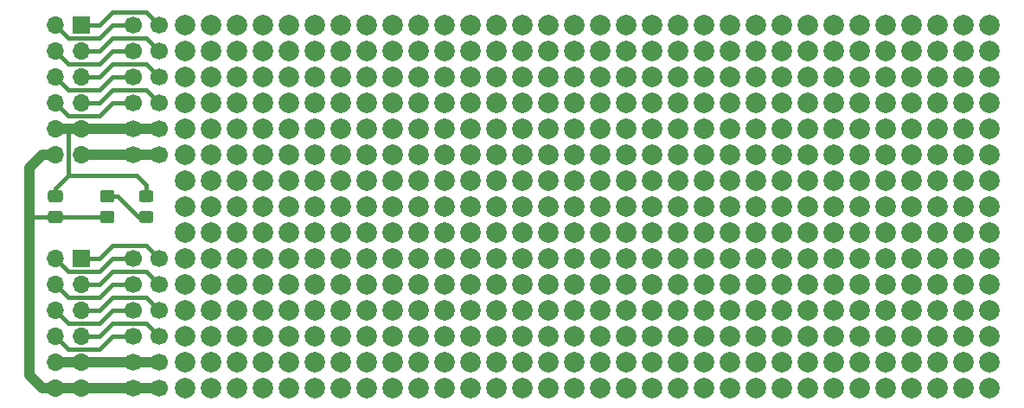
<source format=gtl>
G04 #@! TF.GenerationSoftware,KiCad,Pcbnew,(6.0.9)*
G04 #@! TF.CreationDate,2022-11-21T20:36:18+01:00*
G04 #@! TF.ProjectId,PMOD proto board,504d4f44-2070-4726-9f74-6f20626f6172,V1.0*
G04 #@! TF.SameCoordinates,Original*
G04 #@! TF.FileFunction,Copper,L1,Top*
G04 #@! TF.FilePolarity,Positive*
%FSLAX46Y46*%
G04 Gerber Fmt 4.6, Leading zero omitted, Abs format (unit mm)*
G04 Created by KiCad (PCBNEW (6.0.9)) date 2022-11-21 20:36:18*
%MOMM*%
%LPD*%
G01*
G04 APERTURE LIST*
G04 Aperture macros list*
%AMRoundRect*
0 Rectangle with rounded corners*
0 $1 Rounding radius*
0 $2 $3 $4 $5 $6 $7 $8 $9 X,Y pos of 4 corners*
0 Add a 4 corners polygon primitive as box body*
4,1,4,$2,$3,$4,$5,$6,$7,$8,$9,$2,$3,0*
0 Add four circle primitives for the rounded corners*
1,1,$1+$1,$2,$3*
1,1,$1+$1,$4,$5*
1,1,$1+$1,$6,$7*
1,1,$1+$1,$8,$9*
0 Add four rect primitives between the rounded corners*
20,1,$1+$1,$2,$3,$4,$5,0*
20,1,$1+$1,$4,$5,$6,$7,0*
20,1,$1+$1,$6,$7,$8,$9,0*
20,1,$1+$1,$8,$9,$2,$3,0*%
G04 Aperture macros list end*
G04 #@! TA.AperFunction,SMDPad,CuDef*
%ADD10RoundRect,0.250000X0.450000X-0.350000X0.450000X0.350000X-0.450000X0.350000X-0.450000X-0.350000X0*%
G04 #@! TD*
G04 #@! TA.AperFunction,SMDPad,CuDef*
%ADD11RoundRect,0.250000X-0.450000X0.325000X-0.450000X-0.325000X0.450000X-0.325000X0.450000X0.325000X0*%
G04 #@! TD*
G04 #@! TA.AperFunction,SMDPad,CuDef*
%ADD12RoundRect,0.250000X0.475000X-0.337500X0.475000X0.337500X-0.475000X0.337500X-0.475000X-0.337500X0*%
G04 #@! TD*
G04 #@! TA.AperFunction,ComponentPad*
%ADD13C,1.700000*%
G04 #@! TD*
G04 #@! TA.AperFunction,ComponentPad*
%ADD14C,2.000000*%
G04 #@! TD*
G04 #@! TA.AperFunction,ComponentPad*
%ADD15R,1.700000X1.700000*%
G04 #@! TD*
G04 #@! TA.AperFunction,ComponentPad*
%ADD16O,1.700000X1.700000*%
G04 #@! TD*
G04 #@! TA.AperFunction,Conductor*
%ADD17C,0.440000*%
G04 #@! TD*
G04 #@! TA.AperFunction,Conductor*
%ADD18C,1.000000*%
G04 #@! TD*
G04 APERTURE END LIST*
D10*
X177800000Y-128000000D03*
X177800000Y-126000000D03*
D11*
X181625000Y-125975000D03*
X181625000Y-128025000D03*
D12*
X172720000Y-128037500D03*
X172720000Y-125962500D03*
D13*
X180340000Y-142240000D03*
X180340000Y-144780000D03*
X182880000Y-142240000D03*
X182880000Y-144780000D03*
D14*
X256540000Y-139700000D03*
X264160000Y-139700000D03*
X254000000Y-139700000D03*
X259080000Y-139700000D03*
X241300000Y-139700000D03*
X248920000Y-139700000D03*
X223520000Y-139700000D03*
X261620000Y-139700000D03*
X246380000Y-139700000D03*
X251460000Y-139700000D03*
X233680000Y-139700000D03*
X228600000Y-139700000D03*
X236220000Y-139700000D03*
X238760000Y-139700000D03*
X231140000Y-139700000D03*
X218440000Y-139700000D03*
X210820000Y-139700000D03*
X220980000Y-139700000D03*
X215900000Y-139700000D03*
X203200000Y-139700000D03*
X213360000Y-139700000D03*
X243840000Y-139700000D03*
X205740000Y-139700000D03*
X200660000Y-139700000D03*
X195580000Y-139700000D03*
X226060000Y-139700000D03*
X198120000Y-139700000D03*
X208280000Y-139700000D03*
X228600000Y-142240000D03*
X193040000Y-139700000D03*
X223520000Y-142240000D03*
X190500000Y-139700000D03*
X261620000Y-142240000D03*
X251460000Y-142240000D03*
X254000000Y-142240000D03*
X233680000Y-142240000D03*
X226060000Y-142240000D03*
X220980000Y-142240000D03*
X238760000Y-142240000D03*
X259080000Y-142240000D03*
X241300000Y-142240000D03*
X218440000Y-142240000D03*
X187960000Y-142240000D03*
X200660000Y-142240000D03*
X231140000Y-142240000D03*
X251460000Y-144780000D03*
X193040000Y-142240000D03*
X213360000Y-142240000D03*
X264160000Y-144780000D03*
X233680000Y-144780000D03*
X236220000Y-142240000D03*
X259080000Y-144780000D03*
X205740000Y-142240000D03*
X195580000Y-142240000D03*
X256540000Y-144780000D03*
X215900000Y-142240000D03*
X246380000Y-144780000D03*
X190500000Y-142240000D03*
X185420000Y-142240000D03*
X210820000Y-142240000D03*
X218440000Y-144780000D03*
X198120000Y-142240000D03*
X203200000Y-142240000D03*
X198120000Y-144780000D03*
X243840000Y-142240000D03*
X236220000Y-144780000D03*
X195580000Y-144780000D03*
X210820000Y-144780000D03*
X228600000Y-144780000D03*
X223520000Y-144780000D03*
X208280000Y-144780000D03*
X254000000Y-144780000D03*
X231140000Y-144780000D03*
X208280000Y-142240000D03*
X203200000Y-144780000D03*
X220980000Y-144780000D03*
X226060000Y-144780000D03*
X200660000Y-144780000D03*
X215900000Y-144780000D03*
X248920000Y-142240000D03*
X261620000Y-144780000D03*
X205740000Y-144780000D03*
X238760000Y-144780000D03*
X248920000Y-144780000D03*
X246380000Y-142240000D03*
X241300000Y-144780000D03*
X264160000Y-142240000D03*
X213360000Y-144780000D03*
X185420000Y-139700000D03*
X193040000Y-144780000D03*
X190500000Y-144780000D03*
X185420000Y-144780000D03*
X256540000Y-142240000D03*
X187960000Y-139700000D03*
X243840000Y-144780000D03*
X187960000Y-144780000D03*
X259080000Y-129540000D03*
X251460000Y-129540000D03*
X254000000Y-129540000D03*
X241300000Y-129540000D03*
X233680000Y-129540000D03*
X261620000Y-129540000D03*
X228600000Y-129540000D03*
X223520000Y-129540000D03*
X190500000Y-129540000D03*
X238760000Y-129540000D03*
X256540000Y-132080000D03*
X226060000Y-129540000D03*
X218440000Y-129540000D03*
X210820000Y-129540000D03*
X215900000Y-129540000D03*
X264160000Y-132080000D03*
X213360000Y-129540000D03*
X195580000Y-129540000D03*
X243840000Y-129540000D03*
X220980000Y-129540000D03*
X187960000Y-129540000D03*
X203200000Y-129540000D03*
X200660000Y-129540000D03*
X185420000Y-129540000D03*
X205740000Y-129540000D03*
X193040000Y-129540000D03*
X231140000Y-129540000D03*
X198120000Y-129540000D03*
X236220000Y-129540000D03*
X208280000Y-129540000D03*
X246380000Y-132080000D03*
X248920000Y-132080000D03*
X259080000Y-132080000D03*
X254000000Y-132080000D03*
X251460000Y-132080000D03*
X261620000Y-132080000D03*
X241300000Y-132080000D03*
X233680000Y-132080000D03*
X228600000Y-132080000D03*
X236220000Y-132080000D03*
X223520000Y-132080000D03*
X238760000Y-132080000D03*
X231140000Y-132080000D03*
X226060000Y-132080000D03*
X218440000Y-132080000D03*
X220980000Y-132080000D03*
X210820000Y-132080000D03*
X203200000Y-132080000D03*
X198120000Y-132080000D03*
X243840000Y-132080000D03*
X205740000Y-132080000D03*
X215900000Y-132080000D03*
X208280000Y-132080000D03*
X213360000Y-132080000D03*
X200660000Y-132080000D03*
X195580000Y-132080000D03*
X218440000Y-124460000D03*
X210820000Y-124460000D03*
X198120000Y-124460000D03*
X259080000Y-124460000D03*
X254000000Y-124460000D03*
X233680000Y-124460000D03*
X251460000Y-124460000D03*
X243840000Y-124460000D03*
X261620000Y-124460000D03*
X205740000Y-124460000D03*
X241300000Y-124460000D03*
X220980000Y-124460000D03*
X238760000Y-124460000D03*
X228600000Y-124460000D03*
X203200000Y-124460000D03*
X236220000Y-124460000D03*
X231140000Y-124460000D03*
X223520000Y-124460000D03*
X226060000Y-124460000D03*
X208280000Y-124460000D03*
X193040000Y-124460000D03*
X241300000Y-127000000D03*
X187960000Y-124460000D03*
X264160000Y-127000000D03*
X259080000Y-127000000D03*
X190500000Y-124460000D03*
X223520000Y-127000000D03*
X233680000Y-127000000D03*
X213360000Y-124460000D03*
X236220000Y-127000000D03*
X248920000Y-127000000D03*
X228600000Y-127000000D03*
X246380000Y-127000000D03*
X200660000Y-124460000D03*
X185420000Y-124460000D03*
X251460000Y-127000000D03*
X195580000Y-124460000D03*
X254000000Y-127000000D03*
X256540000Y-127000000D03*
X261620000Y-127000000D03*
X215900000Y-124460000D03*
X231140000Y-127000000D03*
X210820000Y-127000000D03*
X190500000Y-127000000D03*
X264160000Y-129540000D03*
X215900000Y-127000000D03*
X213360000Y-127000000D03*
X195580000Y-127000000D03*
X193040000Y-127000000D03*
X200660000Y-127000000D03*
X246380000Y-129540000D03*
X203200000Y-127000000D03*
X185420000Y-127000000D03*
X208280000Y-127000000D03*
X205740000Y-127000000D03*
X187960000Y-127000000D03*
X248920000Y-129540000D03*
X243840000Y-127000000D03*
X256540000Y-129540000D03*
X226060000Y-127000000D03*
X218440000Y-127000000D03*
X220980000Y-127000000D03*
X238760000Y-127000000D03*
X198120000Y-127000000D03*
X190500000Y-132080000D03*
X193040000Y-132080000D03*
X261620000Y-134620000D03*
X228600000Y-134620000D03*
X223520000Y-134620000D03*
X256540000Y-137160000D03*
X251460000Y-134620000D03*
X254000000Y-134620000D03*
X233680000Y-134620000D03*
X190500000Y-134620000D03*
X226060000Y-134620000D03*
X220980000Y-134620000D03*
X215900000Y-134620000D03*
X210820000Y-134620000D03*
X259080000Y-134620000D03*
X241300000Y-134620000D03*
X238760000Y-134620000D03*
X218440000Y-134620000D03*
X187960000Y-134620000D03*
X213360000Y-134620000D03*
X264160000Y-137160000D03*
X243840000Y-134620000D03*
X195580000Y-134620000D03*
X236220000Y-134620000D03*
X185420000Y-134620000D03*
X203200000Y-134620000D03*
X200660000Y-134620000D03*
X205740000Y-134620000D03*
X193040000Y-134620000D03*
X231140000Y-134620000D03*
X198120000Y-134620000D03*
X246380000Y-137160000D03*
X259080000Y-137160000D03*
X233680000Y-137160000D03*
X218440000Y-137160000D03*
X251460000Y-137160000D03*
X198120000Y-137160000D03*
X236220000Y-137160000D03*
X195580000Y-137160000D03*
X215900000Y-137160000D03*
X261620000Y-137160000D03*
X210820000Y-137160000D03*
X228600000Y-137160000D03*
X223520000Y-137160000D03*
X205740000Y-137160000D03*
X241300000Y-137160000D03*
X208280000Y-137160000D03*
X264160000Y-134620000D03*
X248920000Y-134620000D03*
X238760000Y-137160000D03*
X231140000Y-137160000D03*
X200660000Y-137160000D03*
X208280000Y-134620000D03*
X248920000Y-137160000D03*
X254000000Y-137160000D03*
X226060000Y-137160000D03*
X220980000Y-137160000D03*
X203200000Y-137160000D03*
X243840000Y-137160000D03*
X213360000Y-137160000D03*
X246380000Y-134620000D03*
X193040000Y-137160000D03*
X190500000Y-137160000D03*
X185420000Y-137160000D03*
X187960000Y-137160000D03*
X248920000Y-124460000D03*
X256540000Y-124460000D03*
X264160000Y-124460000D03*
X246380000Y-124460000D03*
X256540000Y-134620000D03*
X185420000Y-132080000D03*
X187960000Y-132080000D03*
D13*
X180340000Y-139700000D03*
X180340000Y-137160000D03*
X180340000Y-134620000D03*
X180340000Y-132080000D03*
X182880000Y-132080000D03*
X182880000Y-134620000D03*
X182880000Y-137160000D03*
X182880000Y-139700000D03*
D15*
X175260000Y-132080000D03*
D16*
X175260000Y-134620000D03*
X175260000Y-137160000D03*
X175260000Y-139700000D03*
X175260000Y-142240000D03*
X175260000Y-144780000D03*
X172720000Y-132080000D03*
X172720000Y-134620000D03*
X172720000Y-137160000D03*
X172720000Y-139700000D03*
X172720000Y-142240000D03*
X172720000Y-144780000D03*
D14*
X259080000Y-119380000D03*
X251460000Y-119380000D03*
X254000000Y-119380000D03*
X241300000Y-119380000D03*
X233680000Y-119380000D03*
X261620000Y-119380000D03*
X228600000Y-119380000D03*
X223520000Y-119380000D03*
X190500000Y-119380000D03*
X238760000Y-119380000D03*
X256540000Y-121920000D03*
X226060000Y-119380000D03*
X218440000Y-119380000D03*
X210820000Y-119380000D03*
X215900000Y-119380000D03*
X264160000Y-121920000D03*
X213360000Y-119380000D03*
X195580000Y-119380000D03*
X243840000Y-119380000D03*
X220980000Y-119380000D03*
X187960000Y-119380000D03*
X203200000Y-119380000D03*
X200660000Y-119380000D03*
X185420000Y-119380000D03*
X205740000Y-119380000D03*
X193040000Y-119380000D03*
X231140000Y-119380000D03*
X198120000Y-119380000D03*
X236220000Y-119380000D03*
X208280000Y-119380000D03*
X246380000Y-121920000D03*
X248920000Y-121920000D03*
X259080000Y-121920000D03*
X254000000Y-121920000D03*
X251460000Y-121920000D03*
X261620000Y-121920000D03*
X241300000Y-121920000D03*
X233680000Y-121920000D03*
X228600000Y-121920000D03*
X236220000Y-121920000D03*
X223520000Y-121920000D03*
X238760000Y-121920000D03*
X231140000Y-121920000D03*
X226060000Y-121920000D03*
X218440000Y-121920000D03*
X220980000Y-121920000D03*
X210820000Y-121920000D03*
X203200000Y-121920000D03*
X198120000Y-121920000D03*
X243840000Y-121920000D03*
X205740000Y-121920000D03*
X215900000Y-121920000D03*
X208280000Y-121920000D03*
X213360000Y-121920000D03*
X200660000Y-121920000D03*
X195580000Y-121920000D03*
X264160000Y-119380000D03*
X246380000Y-119380000D03*
X248920000Y-119380000D03*
X256540000Y-119380000D03*
X190500000Y-121920000D03*
X193040000Y-121920000D03*
X185420000Y-121920000D03*
X187960000Y-121920000D03*
D13*
X180340000Y-121920000D03*
X182880000Y-121920000D03*
X180340000Y-119380000D03*
X182880000Y-119380000D03*
D14*
X256540000Y-109220000D03*
X264160000Y-109220000D03*
X246380000Y-109220000D03*
X248920000Y-109220000D03*
X259080000Y-109220000D03*
X254000000Y-109220000D03*
X251460000Y-109220000D03*
X261620000Y-109220000D03*
X241300000Y-109220000D03*
X233680000Y-109220000D03*
X228600000Y-109220000D03*
X236220000Y-109220000D03*
X223520000Y-109220000D03*
X238760000Y-109220000D03*
X231140000Y-109220000D03*
X226060000Y-109220000D03*
X218440000Y-109220000D03*
X220980000Y-109220000D03*
X210820000Y-109220000D03*
X203200000Y-109220000D03*
X198120000Y-109220000D03*
X243840000Y-109220000D03*
X205740000Y-109220000D03*
X215900000Y-109220000D03*
X208280000Y-109220000D03*
X213360000Y-109220000D03*
X200660000Y-109220000D03*
X195580000Y-109220000D03*
X190500000Y-109220000D03*
X193040000Y-109220000D03*
X185420000Y-109220000D03*
X187960000Y-109220000D03*
X256540000Y-111760000D03*
X264160000Y-111760000D03*
X246380000Y-111760000D03*
X248920000Y-111760000D03*
X259080000Y-111760000D03*
X254000000Y-111760000D03*
X251460000Y-111760000D03*
X261620000Y-111760000D03*
X241300000Y-111760000D03*
X233680000Y-111760000D03*
X228600000Y-111760000D03*
X236220000Y-111760000D03*
X223520000Y-111760000D03*
X238760000Y-111760000D03*
X231140000Y-111760000D03*
X226060000Y-111760000D03*
X218440000Y-111760000D03*
X220980000Y-111760000D03*
X210820000Y-111760000D03*
X203200000Y-111760000D03*
X198120000Y-111760000D03*
X243840000Y-111760000D03*
X205740000Y-111760000D03*
X215900000Y-111760000D03*
X208280000Y-111760000D03*
X213360000Y-111760000D03*
X200660000Y-111760000D03*
X195580000Y-111760000D03*
X190500000Y-111760000D03*
X193040000Y-111760000D03*
X185420000Y-111760000D03*
X187960000Y-111760000D03*
X256540000Y-114300000D03*
X264160000Y-114300000D03*
X246380000Y-114300000D03*
X248920000Y-114300000D03*
X259080000Y-114300000D03*
X254000000Y-114300000D03*
X251460000Y-114300000D03*
X261620000Y-114300000D03*
X241300000Y-114300000D03*
X233680000Y-114300000D03*
X228600000Y-114300000D03*
X236220000Y-114300000D03*
X223520000Y-114300000D03*
X238760000Y-114300000D03*
X231140000Y-114300000D03*
X226060000Y-114300000D03*
X218440000Y-114300000D03*
X220980000Y-114300000D03*
X210820000Y-114300000D03*
X203200000Y-114300000D03*
X198120000Y-114300000D03*
X243840000Y-114300000D03*
X205740000Y-114300000D03*
X215900000Y-114300000D03*
X208280000Y-114300000D03*
X213360000Y-114300000D03*
X200660000Y-114300000D03*
X195580000Y-114300000D03*
X190500000Y-114300000D03*
X193040000Y-114300000D03*
X185420000Y-114300000D03*
X187960000Y-114300000D03*
X264160000Y-116840000D03*
X256540000Y-116840000D03*
X251460000Y-116840000D03*
X259080000Y-116840000D03*
X246380000Y-116840000D03*
X261620000Y-116840000D03*
X254000000Y-116840000D03*
X248920000Y-116840000D03*
X241300000Y-116840000D03*
X233680000Y-116840000D03*
X228600000Y-116840000D03*
X236220000Y-116840000D03*
X238760000Y-116840000D03*
X243840000Y-116840000D03*
X231140000Y-116840000D03*
X226060000Y-116840000D03*
X220980000Y-116840000D03*
X223520000Y-116840000D03*
X215900000Y-116840000D03*
X218440000Y-116840000D03*
X213360000Y-116840000D03*
X208280000Y-116840000D03*
X210820000Y-116840000D03*
X205740000Y-116840000D03*
X200660000Y-116840000D03*
X203200000Y-116840000D03*
X195580000Y-116840000D03*
X198120000Y-116840000D03*
X190500000Y-116840000D03*
X193040000Y-116840000D03*
D13*
X180340000Y-116840000D03*
X180340000Y-114300000D03*
X180340000Y-111760000D03*
X180340000Y-109220000D03*
X182880000Y-109220000D03*
X182880000Y-111760000D03*
X182880000Y-114300000D03*
X182880000Y-116840000D03*
D14*
X187960000Y-116840000D03*
X185420000Y-116840000D03*
D15*
X175260000Y-109220000D03*
D16*
X175260000Y-111760000D03*
X175260000Y-114300000D03*
X175260000Y-116840000D03*
X175260000Y-119380000D03*
X175260000Y-121920000D03*
X172720000Y-109220000D03*
X172720000Y-111760000D03*
X172720000Y-114300000D03*
X172720000Y-116840000D03*
X172720000Y-119380000D03*
X172720000Y-121920000D03*
D17*
X181625000Y-124856000D02*
X180710250Y-123941250D01*
X181625000Y-125975000D02*
X181625000Y-124856000D01*
X180710250Y-123941250D02*
X173990000Y-123941250D01*
X180857000Y-128025000D02*
X181625000Y-128025000D01*
X178832000Y-126000000D02*
X180857000Y-128025000D01*
X177800000Y-126000000D02*
X178832000Y-126000000D01*
X173990000Y-123941250D02*
X173990000Y-119380000D01*
X172720000Y-125211250D02*
X173990000Y-123941250D01*
X172720000Y-125962500D02*
X172720000Y-125211250D01*
D18*
X173990000Y-119380000D02*
X175260000Y-119380000D01*
X172720000Y-119380000D02*
X173990000Y-119380000D01*
D17*
X172757500Y-128000000D02*
X172720000Y-128037500D01*
X177800000Y-128000000D02*
X172757500Y-128000000D01*
X172720000Y-128037500D02*
X170412500Y-128037500D01*
D18*
X170180000Y-128270000D02*
X170180000Y-123190000D01*
X170180000Y-143510000D02*
X170180000Y-128270000D01*
D17*
X170412500Y-128037500D02*
X170180000Y-128270000D01*
D18*
X171450000Y-121920000D02*
X172720000Y-121920000D01*
X170180000Y-123190000D02*
X171450000Y-121920000D01*
X171450000Y-144780000D02*
X170180000Y-143510000D01*
X172720000Y-144780000D02*
X171450000Y-144780000D01*
X172720000Y-142240000D02*
X175260000Y-142240000D01*
X182880000Y-144780000D02*
X180340000Y-144780000D01*
X172720000Y-144780000D02*
X175260000Y-144780000D01*
X175260000Y-144780000D02*
X180340000Y-144780000D01*
X182880000Y-142240000D02*
X180340000Y-142240000D01*
X175260000Y-142240000D02*
X180340000Y-142240000D01*
D17*
X181610000Y-138430000D02*
X182880000Y-139700000D01*
X178308000Y-137160000D02*
X180340000Y-137160000D01*
X178308000Y-134620000D02*
X180340000Y-134620000D01*
X175260000Y-132080000D02*
X177038000Y-132080000D01*
X178308000Y-133350000D02*
X181610000Y-133350000D01*
X177038000Y-137160000D02*
X178308000Y-135890000D01*
X175260000Y-134620000D02*
X177038000Y-134620000D01*
X181610000Y-135890000D02*
X182880000Y-137160000D01*
X177038000Y-138430000D02*
X178308000Y-137160000D01*
X177038000Y-139700000D02*
X178308000Y-138430000D01*
X178308000Y-139700000D02*
X180340000Y-139700000D01*
X177038000Y-134620000D02*
X178308000Y-133350000D01*
X181610000Y-130810000D02*
X182880000Y-132080000D01*
X177038000Y-140970000D02*
X178308000Y-139700000D01*
X173990000Y-138430000D02*
X177038000Y-138430000D01*
X177038000Y-132080000D02*
X178308000Y-130810000D01*
X173990000Y-140970000D02*
X177038000Y-140970000D01*
X181610000Y-133350000D02*
X182880000Y-134620000D01*
X175260000Y-137160000D02*
X177038000Y-137160000D01*
X177038000Y-135890000D02*
X178308000Y-134620000D01*
X172720000Y-137160000D02*
X173990000Y-138430000D01*
X175260000Y-139700000D02*
X177038000Y-139700000D01*
X178308000Y-135890000D02*
X181610000Y-135890000D01*
X173990000Y-135890000D02*
X177038000Y-135890000D01*
X172720000Y-134620000D02*
X173990000Y-135890000D01*
X172720000Y-139700000D02*
X173990000Y-140970000D01*
X178308000Y-132080000D02*
X180340000Y-132080000D01*
X172720000Y-132080000D02*
X173990000Y-133350000D01*
X178308000Y-138430000D02*
X181610000Y-138430000D01*
X177038000Y-133350000D02*
X178308000Y-132080000D01*
X173990000Y-133350000D02*
X177038000Y-133350000D01*
X178308000Y-130810000D02*
X181610000Y-130810000D01*
D18*
X182880000Y-119380000D02*
X180340000Y-119380000D01*
X182880000Y-121920000D02*
X180340000Y-121920000D01*
X175260000Y-121920000D02*
X180340000Y-121920000D01*
X175260000Y-119380000D02*
X180340000Y-119380000D01*
D17*
X178308000Y-116840000D02*
X180340000Y-116840000D01*
X177038000Y-118110000D02*
X178308000Y-116840000D01*
X173990000Y-118110000D02*
X177038000Y-118110000D01*
X172720000Y-116840000D02*
X173990000Y-118110000D01*
X181610000Y-115570000D02*
X182880000Y-116840000D01*
X177038000Y-116840000D02*
X178308000Y-115570000D01*
X175260000Y-116840000D02*
X177038000Y-116840000D01*
X178308000Y-115570000D02*
X181610000Y-115570000D01*
X178308000Y-114300000D02*
X180340000Y-114300000D01*
X177038000Y-115570000D02*
X178308000Y-114300000D01*
X173990000Y-115570000D02*
X177038000Y-115570000D01*
X172720000Y-114300000D02*
X173990000Y-115570000D01*
X178308000Y-113030000D02*
X181610000Y-113030000D01*
X181610000Y-113030000D02*
X182880000Y-114300000D01*
X177038000Y-114300000D02*
X178308000Y-113030000D01*
X175260000Y-114300000D02*
X177038000Y-114300000D01*
X178308000Y-111760000D02*
X180340000Y-111760000D01*
X177038000Y-113030000D02*
X178308000Y-111760000D01*
X173990000Y-113030000D02*
X177038000Y-113030000D01*
X172720000Y-111760000D02*
X173990000Y-113030000D01*
X181610000Y-107950000D02*
X182880000Y-109220000D01*
X177038000Y-109220000D02*
X178308000Y-107950000D01*
X175260000Y-109220000D02*
X177038000Y-109220000D01*
X178308000Y-107950000D02*
X181610000Y-107950000D01*
X178308000Y-109220000D02*
X180340000Y-109220000D01*
X177038000Y-110490000D02*
X178308000Y-109220000D01*
X172720000Y-109220000D02*
X173990000Y-110490000D01*
X173990000Y-110490000D02*
X177038000Y-110490000D01*
X181610000Y-110490000D02*
X182880000Y-111760000D01*
X178308000Y-110490000D02*
X181610000Y-110490000D01*
X177038000Y-111760000D02*
X178308000Y-110490000D01*
X175260000Y-111760000D02*
X177038000Y-111760000D01*
M02*

</source>
